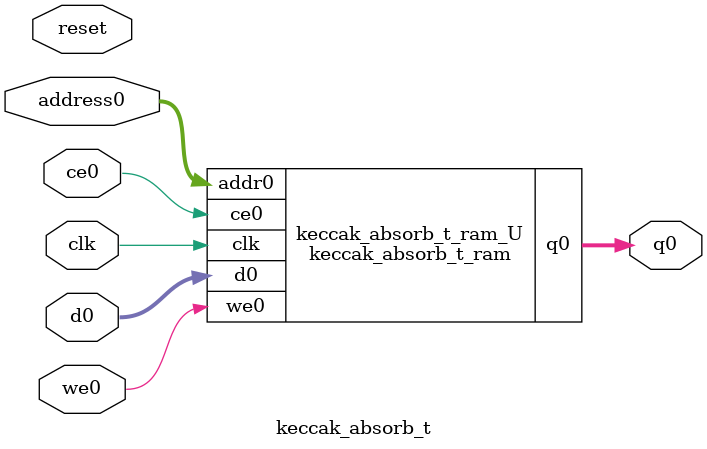
<source format=v>
`timescale 1 ns / 1 ps
module keccak_absorb_t_ram (addr0, ce0, d0, we0, q0,  clk);

parameter DWIDTH = 8;
parameter AWIDTH = 8;
parameter MEM_SIZE = 200;

input[AWIDTH-1:0] addr0;
input ce0;
input[DWIDTH-1:0] d0;
input we0;
output reg[DWIDTH-1:0] q0;
input clk;

(* ram_style = "block" *)reg [DWIDTH-1:0] ram[0:MEM_SIZE-1];




always @(posedge clk)  
begin 
    if (ce0) 
    begin
        if (we0) 
        begin 
            ram[addr0] <= d0; 
        end 
        q0 <= ram[addr0];
    end
end


endmodule

`timescale 1 ns / 1 ps
module keccak_absorb_t(
    reset,
    clk,
    address0,
    ce0,
    we0,
    d0,
    q0);

parameter DataWidth = 32'd8;
parameter AddressRange = 32'd200;
parameter AddressWidth = 32'd8;
input reset;
input clk;
input[AddressWidth - 1:0] address0;
input ce0;
input we0;
input[DataWidth - 1:0] d0;
output[DataWidth - 1:0] q0;



keccak_absorb_t_ram keccak_absorb_t_ram_U(
    .clk( clk ),
    .addr0( address0 ),
    .ce0( ce0 ),
    .we0( we0 ),
    .d0( d0 ),
    .q0( q0 ));

endmodule


</source>
